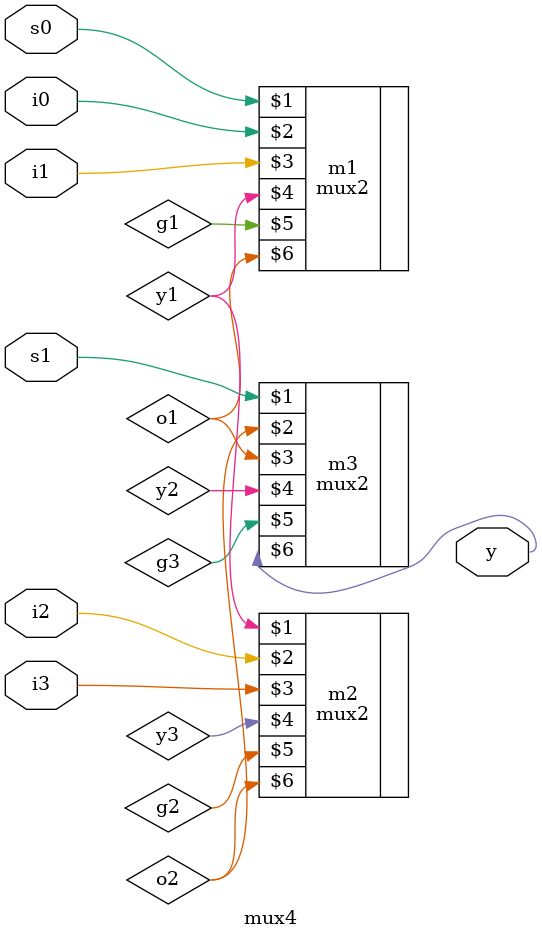
<source format=v>
`timescale 1ns / 1ps
 module mux4( input i0,i1,i2,i3,s0,s1, output y     );    
 wire o1,o2,y3,y1,y2,g1,g2,g3;   
 mux2 m1(s0,i0,i1,y1,g1,o1);  
 mux2 m2(y1,i2,i3,y3,g2,o2);  
 mux2 m3(s1,o2,o1,y2,g3,y); 
 endmodule
</source>
